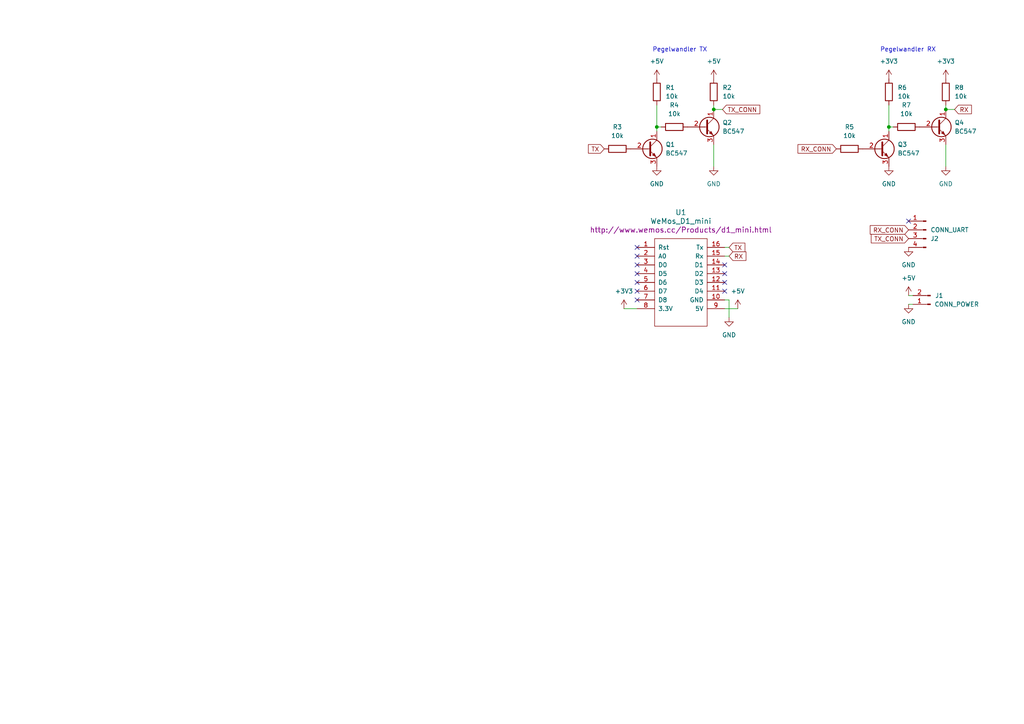
<source format=kicad_sch>
(kicad_sch (version 20230121) (generator eeschema)
  (paper "A4")
  (lib_symbols
    (symbol "Connector:Conn_01x02_Pin" (pin_names (offset 1.016) hide)
      (property "Reference" "J" (at 0 2.54 0))
      (property "Value" "Conn_01x02_Pin" (at 0 -5.08 0))
      (symbol "Conn_01x02_Pin_1_1"
        (polyline (pts (xy 1.27 -2.54) (xy 0.8636 -2.54)) (stroke (width 0.1524)))
        (polyline (pts (xy 1.27 0) (xy 0.8636 0)) (stroke (width 0.1524)))
        (rectangle (start 0.8636 -2.413) (end 0 -2.667) (stroke (width 0.1524)) (fill (type outline)))
        (rectangle (start 0.8636 0.127) (end 0 -0.127) (stroke (width 0.1524)) (fill (type outline)))
        (pin passive line (at 5.08 0 180) (length 3.81) (name "Pin_1") (number "1"))
        (pin passive line (at 5.08 -2.54 180) (length 3.81) (name "Pin_2") (number "2"))
      )
    )
    (symbol "Connector:Conn_01x04_Pin" (pin_names (offset 1.016) hide)
      (property "Reference" "J" (at 0 5.08 0))
      (property "Value" "Conn_01x04_Pin" (at 0 -7.62 0))
      (symbol "Conn_01x04_Pin_1_1"
        (polyline (pts (xy 1.27 -5.08) (xy 0.8636 -5.08)) (stroke (width 0.1524)))
        (polyline (pts (xy 1.27 -2.54) (xy 0.8636 -2.54)) (stroke (width 0.1524)))
        (polyline (pts (xy 1.27 0) (xy 0.8636 0)) (stroke (width 0.1524)))
        (polyline (pts (xy 1.27 2.54) (xy 0.8636 2.54)) (stroke (width 0.1524)))
        (rectangle (start 0.8636 -4.953) (end 0 -5.207) (stroke (width 0.1524)) (fill (type outline)))
        (rectangle (start 0.8636 -2.413) (end 0 -2.667) (stroke (width 0.1524)) (fill (type outline)))
        (rectangle (start 0.8636 0.127) (end 0 -0.127) (stroke (width 0.1524)) (fill (type outline)))
        (rectangle (start 0.8636 2.667) (end 0 2.413) (stroke (width 0.1524)) (fill (type outline)))
        (pin passive line (at 5.08 2.54 180) (length 3.81) (name "Pin_1") (number "1"))
        (pin passive line (at 5.08 0 180) (length 3.81) (name "Pin_2") (number "2"))
        (pin passive line (at 5.08 -2.54 180) (length 3.81) (name "Pin_3") (number "3"))
        (pin passive line (at 5.08 -5.08 180) (length 3.81) (name "Pin_4") (number "4"))
      )
    )
    (symbol "Device:R" (pin_numbers hide) (pin_names (offset 0))
      (property "Reference" "R" (at 2.032 0 90))
      (property "Value" "R" (at 0 0 90))
      (symbol "R_0_1"
        (rectangle (start -1.016 -2.54) (end 1.016 2.54) (stroke (width 0.254)))
      )
      (symbol "R_1_1"
        (pin passive line (at 0 3.81 270) (length 1.27) (name "~") (number "1"))
        (pin passive line (at 0 -3.81 90) (length 1.27) (name "~") (number "2"))
      )
    )
    (symbol "Transistor_BJT:BC547" (pin_names (offset 0) hide)
      (property "Reference" "Q" (at 5.08 1.905 0))
      (property "Value" "BC547" (at 5.08 0 0))
      (symbol "BC547_0_1"
        (polyline (pts (xy 0 0) (xy 0.635 0)))
        (polyline (pts (xy 0.635 0.635) (xy 2.54 2.54)))
        (polyline (pts (xy 0.635 -0.635) (xy 2.54 -2.54) (xy 2.54 -2.54)))
        (polyline (pts (xy 0.635 1.905) (xy 0.635 -1.905) (xy 0.635 -1.905)) (stroke (width 0.508)))
        (polyline (pts (xy 1.27 -1.778) (xy 1.778 -1.27) (xy 2.286 -2.286) (xy 1.27 -1.778) (xy 1.27 -1.778)) (fill (type outline)))
        (circle (center 1.27 0) (radius 2.8194) (stroke (width 0.254)))
      )
      (symbol "BC547_1_1"
        (pin passive line (at 2.54 5.08 270) (length 2.54) (name "C") (number "1"))
        (pin input line (at -5.08 0 0) (length 5.08) (name "B") (number "2"))
        (pin passive line (at 2.54 -5.08 90) (length 2.54) (name "E") (number "3"))
      )
    )
    (symbol "power:+3V3" (power) (pin_names (offset 0))
      (property "Value" "+3V3" (at 0 3.556 0))
      (symbol "+3V3_0_1"
        (polyline (pts (xy -0.762 1.27) (xy 0 2.54)))
        (polyline (pts (xy 0 0) (xy 0 2.54)))
        (polyline (pts (xy 0 2.54) (xy 0.762 1.27)))
      )
      (symbol "+3V3_1_1"
        (pin power_in line (at 0 0 90) (length 0) hide (name "+3V3") (number "1"))
      )
    )
    (symbol "power:+5V" (power) (pin_names (offset 0))
      (property "Value" "+5V" (at 0 3.556 0))
      (symbol "+5V_0_1"
        (polyline (pts (xy -0.762 1.27) (xy 0 2.54)))
        (polyline (pts (xy 0 0) (xy 0 2.54)))
        (polyline (pts (xy 0 2.54) (xy 0.762 1.27)))
      )
      (symbol "+5V_1_1"
        (pin power_in line (at 0 0 90) (length 0) hide (name "+5V") (number "1"))
      )
    )
    (symbol "power:GND" (power) (pin_names (offset 0))
      (property "Value" "GND" (at 0 -3.81 0))
      (symbol "GND_0_1"
        (polyline (pts (xy 0 0) (xy 0 -1.27) (xy 1.27 -1.27) (xy 0 -2.54) (xy -1.27 -1.27) (xy 0 -1.27)))
      )
      (symbol "GND_1_1"
        (pin power_in line (at 0 0 270) (length 0) hide (name "GND") (number "1"))
      )
    )
    (symbol "wemos_mini:WeMos_D1_mini" (pin_names (offset 1.016))
      (property "Reference" "U" (at 0 12.7 0))
      (property "Value" "WeMos_D1_mini" (at 0 -12.7 0))
      (property "Datasheet" "http://www.wemos.cc/Products/d1_mini.html" (at 13.97 -17.78 0))
      (symbol "WeMos_D1_mini_0_1"
        (rectangle (start -7.62 11.43) (end 7.62 -13.97))
      )
      (symbol "WeMos_D1_mini_1_1"
        (pin bidirectional line (at -12.7 8.89 0) (length 5.08) (name "Rst") (number "1"))
        (pin power_in line (at 12.7 -6.35 180) (length 5.08) (name "GND") (number "10"))
        (pin bidirectional line (at 12.7 -3.81 180) (length 5.08) (name "D4") (number "11"))
        (pin bidirectional line (at 12.7 -1.27 180) (length 5.08) (name "D3") (number "12"))
        (pin bidirectional line (at 12.7 1.27 180) (length 5.08) (name "D2") (number "13"))
        (pin bidirectional line (at 12.7 3.81 180) (length 5.08) (name "D1") (number "14"))
        (pin bidirectional line (at 12.7 6.35 180) (length 5.08) (name "Rx") (number "15"))
        (pin bidirectional line (at 12.7 8.89 180) (length 5.08) (name "Tx") (number "16"))
        (pin bidirectional line (at -12.7 6.35 0) (length 5.08) (name "A0") (number "2"))
        (pin bidirectional line (at -12.7 3.81 0) (length 5.08) (name "D0") (number "3"))
        (pin bidirectional line (at -12.7 1.27 0) (length 5.08) (name "D5") (number "4"))
        (pin bidirectional line (at -12.7 -1.27 0) (length 5.08) (name "D6") (number "5"))
        (pin bidirectional line (at -12.7 -3.81 0) (length 5.08) (name "D7") (number "6"))
        (pin bidirectional line (at -12.7 -6.35 0) (length 5.08) (name "D8") (number "7"))
        (pin power_out line (at -12.7 -8.89 0) (length 5.08) (name "3.3V") (number "8"))
        (pin power_in line (at 12.7 -8.89 180) (length 5.08) (name "5V") (number "9"))
      )
    )
  )
  (junction (at 274.32 31.75))
  (junction (at 190.5 36.83))
  (junction (at 207.01 31.75))
  (junction (at 257.81 36.83))
  (no_connect (at 184.785 81.915))
  (no_connect (at 184.785 74.295))
  (no_connect (at 184.785 79.375))
  (no_connect (at 210.185 76.835))
  (no_connect (at 184.785 76.835))
  (no_connect (at 184.785 84.455))
  (no_connect (at 184.785 86.995))
  (no_connect (at 184.785 71.755))
  (no_connect (at 210.185 81.915))
  (no_connect (at 210.185 79.375))
  (no_connect (at 263.525 64.135))
  (no_connect (at 210.185 84.455))
  (wire (pts (xy 263.525 85.725) (xy 264.795 85.725)))
  (wire (pts (xy 207.01 41.91) (xy 207.01 48.26)))
  (wire (pts (xy 207.01 30.48) (xy 207.01 31.75)))
  (wire (pts (xy 263.525 88.265) (xy 264.795 88.265)))
  (wire (pts (xy 210.185 89.535) (xy 213.995 89.535)))
  (wire (pts (xy 207.01 31.75) (xy 209.55 31.75)))
  (wire (pts (xy 274.32 41.91) (xy 274.32 48.26)))
  (wire (pts (xy 210.185 74.295) (xy 211.455 74.295)))
  (wire (pts (xy 274.32 30.48) (xy 274.32 31.75)))
  (wire (pts (xy 180.975 89.535) (xy 184.785 89.535)))
  (wire (pts (xy 274.32 31.75) (xy 276.86 31.75)))
  (wire (pts (xy 259.08 36.83) (xy 257.81 36.83)))
  (wire (pts (xy 190.5 36.83) (xy 190.5 38.1)))
  (wire (pts (xy 211.455 86.995) (xy 211.455 92.075)))
  (wire (pts (xy 210.185 71.755) (xy 211.455 71.755)))
  (wire (pts (xy 257.81 36.83) (xy 257.81 38.1)))
  (wire (pts (xy 210.185 86.995) (xy 211.455 86.995)))
  (wire (pts (xy 191.77 36.83) (xy 190.5 36.83)))
  (wire (pts (xy 257.81 30.48) (xy 257.81 36.83)))
  (wire (pts (xy 190.5 30.48) (xy 190.5 36.83)))
  (text "Pegelwandler TX" (at 189.23 15.24 0) (effects (font (size 1.27 1.27)) (justify left bottom)))
  (text "Pegelwandler RX" (at 255.27 15.24 0) (effects (font (size 1.27 1.27)) (justify left bottom)))
  (global_label "RX_CONN" (shape input) (at 263.525 66.675 180) (property "Intersheetrefs" "${INTERSHEET_REFS}" (effects hide)))
  (global_label "TX" (shape input) (at 175.26 43.18 180) (property "Intersheetrefs" "${INTERSHEET_REFS}" (effects hide)))
  (global_label "TX" (shape input) (at 211.455 71.755 0) (property "Intersheetrefs" "${INTERSHEET_REFS}" (effects hide)))
  (global_label "TX_CONN" (shape input) (at 263.525 69.215 180) (property "Intersheetrefs" "${INTERSHEET_REFS}" (effects hide)))
  (global_label "TX_CONN" (shape input) (at 209.55 31.75 0) (property "Intersheetrefs" "${INTERSHEET_REFS}" (effects hide)))
  (global_label "RX_CONN" (shape input) (at 242.57 43.18 180) (property "Intersheetrefs" "${INTERSHEET_REFS}" (effects hide)))
  (global_label "RX" (shape input) (at 276.86 31.75 0) (property "Intersheetrefs" "${INTERSHEET_REFS}" (effects hide)))
  (global_label "RX" (shape input) (at 211.455 74.295 0) (property "Intersheetrefs" "${INTERSHEET_REFS}" (effects hide)))
  (symbol (lib_id "power:+3V3") (at 257.81 22.86 0) (unit 1)
    (property "Reference" "#PWR05" (effects hide))
    (property "Value" "+3V3" (at 257.81 17.78 0))
  )
  (symbol (lib_id "power:+5V") (at 207.01 22.86 0) (unit 1)
    (property "Reference" "#PWR04" (effects hide))
    (property "Value" "+5V" (at 207.01 17.78 0))
  )
  (symbol (lib_id "power:+5V") (at 190.5 22.86 0) (unit 1)
    (property "Reference" "#PWR01" (effects hide))
    (property "Value" "+5V" (at 190.5 17.78 0))
  )
  (symbol (lib_id "Device:R") (at 257.81 26.67 0) (unit 1)
    (property "Reference" "R6" (at 260.35 25.4 0) (effects (justify left)))
    (property "Value" "10k" (at 260.35 27.94 0) (effects (justify left)))
    (property "Footprint" "Resistor_THT:R_Axial_DIN0204_L3.6mm_D1.6mm_P5.08mm_Horizontal" (effects hide))
  )
  (symbol (lib_id "Transistor_BJT:BC547") (at 271.78 36.83 0) (unit 1)
    (property "Reference" "Q4" (at 276.86 35.56 0) (effects (justify left)))
    (property "Value" "BC547" (at 276.86 38.1 0) (effects (justify left)))
    (property "Footprint" "Package_TO_SOT_THT:TO-92L_Inline_Wide" (effects hide))
    (property "Datasheet" "https://www.onsemi.com/pub/Collateral/BC550-D.pdf" (effects hide))
  )
  (symbol (lib_id "power:GND") (at 190.5 48.26 0) (unit 1)
    (property "Reference" "#PWR03" (effects hide))
    (property "Value" "GND" (at 190.5 53.34 0))
  )
  (symbol (lib_id "Device:R") (at 207.01 26.67 0) (unit 1)
    (property "Reference" "R2" (at 209.55 25.4 0) (effects (justify left)))
    (property "Value" "10k" (at 209.55 27.94 0) (effects (justify left)))
    (property "Footprint" "Resistor_THT:R_Axial_DIN0204_L3.6mm_D1.6mm_P5.08mm_Horizontal" (effects hide))
  )
  (symbol (lib_id "Device:R") (at 246.38 43.18 90) (unit 1)
    (property "Reference" "R5" (at 246.38 36.83 90))
    (property "Value" "10k" (at 246.38 39.37 90))
    (property "Footprint" "Resistor_THT:R_Axial_DIN0204_L3.6mm_D1.6mm_P5.08mm_Horizontal" (effects hide))
  )
  (symbol (lib_id "power:+5V") (at 213.995 89.535 0) (unit 1)
    (property "Reference" "#PWR010" (effects hide))
    (property "Value" "+5V" (at 213.995 84.455 0))
  )
  (symbol (lib_id "Connector:Conn_01x04_Pin") (at 268.605 66.675 0) (mirror y) (unit 1)
    (property "Reference" "J2" (at 269.875 69.215 0) (effects (justify right)))
    (property "Value" "CONN_UART" (at 269.875 66.675 0) (effects (justify right)))
    (property "Footprint" "TerminalBlock_Phoenix:TerminalBlock_Phoenix_MKDS-3-4-5.08_1x04_P5.08mm_Horizontal" (effects hide))
  )
  (symbol (lib_id "Transistor_BJT:BC547") (at 187.96 43.18 0) (unit 1)
    (property "Reference" "Q1" (at 193.04 41.91 0) (effects (justify left)))
    (property "Value" "BC547" (at 193.04 44.45 0) (effects (justify left)))
    (property "Footprint" "Package_TO_SOT_THT:TO-92L_Inline_Wide" (effects hide))
    (property "Datasheet" "https://www.onsemi.com/pub/Collateral/BC550-D.pdf" (effects hide))
  )
  (symbol (lib_id "power:+3V3") (at 180.975 89.535 0) (unit 1)
    (property "Reference" "#PWR011" (effects hide))
    (property "Value" "+3V3" (at 180.975 84.455 0))
  )
  (symbol (lib_id "Transistor_BJT:BC547") (at 255.27 43.18 0) (unit 1)
    (property "Reference" "Q3" (at 260.35 41.91 0) (effects (justify left)))
    (property "Value" "BC547" (at 260.35 44.45 0) (effects (justify left)))
    (property "Footprint" "Package_TO_SOT_THT:TO-92L_Inline_Wide" (effects hide))
    (property "Datasheet" "https://www.onsemi.com/pub/Collateral/BC550-D.pdf" (effects hide))
  )
  (symbol (lib_id "Device:R") (at 274.32 26.67 0) (unit 1)
    (property "Reference" "R8" (at 276.86 25.4 0) (effects (justify left)))
    (property "Value" "10k" (at 276.86 27.94 0) (effects (justify left)))
    (property "Footprint" "Resistor_THT:R_Axial_DIN0204_L3.6mm_D1.6mm_P5.08mm_Horizontal" (effects hide))
  )
  (symbol (lib_id "Device:R") (at 179.07 43.18 90) (unit 1)
    (property "Reference" "R3" (at 179.07 36.83 90))
    (property "Value" "10k" (at 179.07 39.37 90))
    (property "Footprint" "Resistor_THT:R_Axial_DIN0204_L3.6mm_D1.6mm_P5.08mm_Horizontal" (effects hide))
  )
  (symbol (lib_id "wemos_mini:WeMos_D1_mini") (at 197.485 80.645 0) (unit 1)
    (property "Reference" "U1" (at 197.485 61.595 0) (effects (font (size 1.524 1.524))))
    (property "Value" "WeMos_D1_mini" (at 197.485 64.135 0) (effects (font (size 1.524 1.524))))
    (property "Footprint" "wemos d1:wemos-d1-mini-with-pin-header-and-connector" (effects hide))
    (property "Datasheet" "http://www.wemos.cc/Products/d1_mini.html" (at 197.485 66.675 0) (effects (font (size 1.524 1.524))))
  )
  (symbol (lib_id "power:GND") (at 263.525 88.265 0) (unit 1)
    (property "Reference" "#PWR013" (effects hide))
    (property "Value" "GND" (at 263.525 93.345 0))
  )
  (symbol (lib_id "power:GND") (at 207.01 48.26 0) (unit 1)
    (property "Reference" "#PWR02" (effects hide))
    (property "Value" "GND" (at 207.01 53.34 0))
  )
  (symbol (lib_id "power:GND") (at 274.32 48.26 0) (unit 1)
    (property "Reference" "#PWR08" (effects hide))
    (property "Value" "GND" (at 274.32 53.34 0))
  )
  (symbol (lib_id "power:GND") (at 263.525 71.755 0) (unit 1)
    (property "Reference" "#PWR014" (effects hide))
    (property "Value" "GND" (at 263.525 76.835 0))
  )
  (symbol (lib_id "power:GND") (at 257.81 48.26 0) (unit 1)
    (property "Reference" "#PWR06" (effects hide))
    (property "Value" "GND" (at 257.81 53.34 0))
  )
  (symbol (lib_id "Connector:Conn_01x02_Pin") (at 269.875 88.265 180) (unit 1)
    (property "Reference" "J1" (at 272.415 85.725 0))
    (property "Value" "CONN_POWER" (at 277.495 88.265 0))
    (property "Footprint" "TerminalBlock_Phoenix:TerminalBlock_Phoenix_MKDS-3-2-5.08_1x02_P5.08mm_Horizontal" (effects hide))
  )
  (symbol (lib_id "Device:R") (at 262.89 36.83 90) (unit 1)
    (property "Reference" "R7" (at 262.89 30.48 90))
    (property "Value" "10k" (at 262.89 33.02 90))
    (property "Footprint" "Resistor_THT:R_Axial_DIN0204_L3.6mm_D1.6mm_P5.08mm_Horizontal" (effects hide))
  )
  (symbol (lib_id "Device:R") (at 190.5 26.67 0) (unit 1)
    (property "Reference" "R1" (at 193.04 25.4 0) (effects (justify left)))
    (property "Value" "10k" (at 193.04 27.94 0) (effects (justify left)))
    (property "Footprint" "Resistor_THT:R_Axial_DIN0204_L3.6mm_D1.6mm_P5.08mm_Horizontal" (effects hide))
  )
  (symbol (lib_id "power:+5V") (at 263.525 85.725 0) (mirror y) (unit 1)
    (property "Reference" "#PWR012" (effects hide))
    (property "Value" "+5V" (at 263.525 80.645 0))
  )
  (symbol (lib_id "Transistor_BJT:BC547") (at 204.47 36.83 0) (unit 1)
    (property "Reference" "Q2" (at 209.55 35.56 0) (effects (justify left)))
    (property "Value" "BC547" (at 209.55 38.1 0) (effects (justify left)))
    (property "Footprint" "Package_TO_SOT_THT:TO-92L_Inline_Wide" (effects hide))
    (property "Datasheet" "https://www.onsemi.com/pub/Collateral/BC550-D.pdf" (effects hide))
  )
  (symbol (lib_id "power:GND") (at 211.455 92.075 0) (unit 1)
    (property "Reference" "#PWR09" (effects hide))
    (property "Value" "GND" (at 211.455 97.155 0))
  )
  (symbol (lib_id "power:+3V3") (at 274.32 22.86 0) (unit 1)
    (property "Reference" "#PWR07" (effects hide))
    (property "Value" "+3V3" (at 274.32 17.78 0))
  )
  (symbol (lib_id "Device:R") (at 195.58 36.83 90) (unit 1)
    (property "Reference" "R4" (at 195.58 30.48 90))
    (property "Value" "10k" (at 195.58 33.02 90))
    (property "Footprint" "Resistor_THT:R_Axial_DIN0204_L3.6mm_D1.6mm_P5.08mm_Horizontal" (effects hide))
  )
)
</source>
